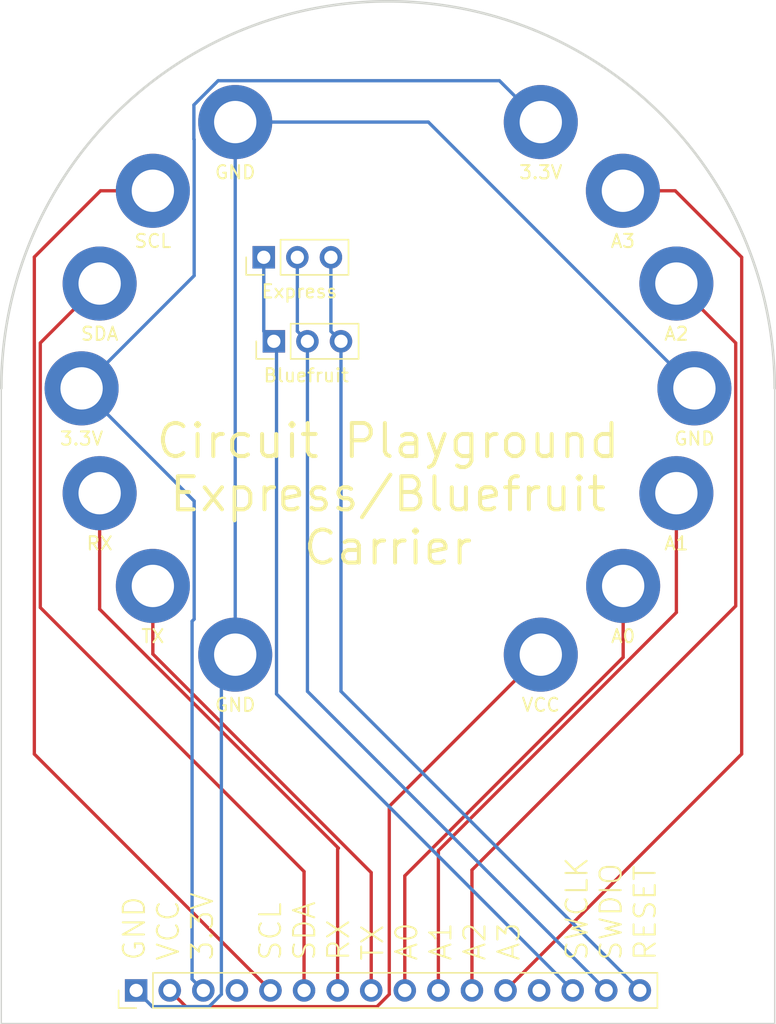
<source format=kicad_pcb>
(kicad_pcb (version 20211014) (generator pcbnew)
  (layers (0 "F.Cu" signal) (31 "B.Cu" signal) (34 "B.Paste" user) (35 "F.Paste" user) (36 "B.SilkS" user "B.Silkscreen") (37 "F.SilkS" user "F.Silkscreen") (38 "B.Mask" user) (39 "F.Mask" user) (44 "Edge.Cuts" user))
  (net 0 "")
  (net 1 "Net-(H1-Pad1)")
  (net 2 "Net-(H2-Pad1)")
  (net 3 "Net-(H3-Pad1)")
  (net 4 "Net-(H4-Pad1)")
  (net 5 "Net-(H5-Pad1)")
  (net 6 "Net-(H6-Pad1)")
  (net 7 "Net-(H9-Pad1)")
  (net 8 "Net-(H10-Pad1)")
  (net 9 "Net-(H12-Pad1)")
  (net 10 "Net-(H13-Pad1)")
  (net 11 "Net-(H14-Pad1)")
  (net 14 "Net-(J1-Pad14)")
  (net 15 "Net-(J1-Pad15)")
  (net 16 "Net-(J1-Pad16)")
  (footprint "MountingHole:MountingHole_3.2mm_M3_DIN965_Pad_TopBottom" (layer "F.Cu") (at 28.187 57.921)
    (fp_text reference "H5")
    (fp_text value "RX" (at 0 3.8) (layer "F.SilkS"))
    (pad "1" connect circle (at 0 0) (size 5.6 5.6) (layers "B.Cu" "B.Mask") (net 5 "Net-(H5-Pad1)"))
    (pad "1" connect circle (at 0 0) (size 5.6 5.6) (layers "F.Cu" "F.Mask") (net 5 "Net-(H5-Pad1)"))
    (pad "1" thru_hole circle (at 0 0) (size 3.6 3.6) (drill 3.2) (layers *.Cu *.Mask) (net 5 "Net-(H5-Pad1)"))
  )
  (footprint "Connector_PinHeader_2.54mm:PinHeader_1x16_P2.54mm_Vertical" (layer "F.Cu") (at 30.95 95.5 90)
    (fp_text reference "J1" hide)
    (fp_text value "Conn_01x16_Female" hide)
    (fp_line (start -1.33 -1.33) (end 0 -1.33) (layer "F.SilkS") (width 0.12))
    (fp_line (start -1.33 1.27) (end -1.33 39.43) (layer "F.SilkS") (width 0.12))
    (fp_line (start -1.33 1.27) (end 1.33 1.27) (layer "F.SilkS") (width 0.12))
    (fp_line (start -1.33 0) (end -1.33 -1.33) (layer "F.SilkS") (width 0.12))
    (fp_line (start -1.33 39.43) (end 1.33 39.43) (layer "F.SilkS") (width 0.12))
    (fp_line (start 1.33 1.27) (end 1.33 39.43) (layer "F.SilkS") (width 0.12))
    (pad "1" thru_hole rect (at 0 0 90) (size 1.7 1.7) (drill 1) (layers *.Cu *.Mask) (net 1 "Net-(H1-Pad1)"))
    (pad "2" thru_hole oval (at 0 2.54 90) (size 1.7 1.7) (drill 1) (layers *.Cu *.Mask) (net 11 "Net-(H14-Pad1)"))
    (pad "3" thru_hole oval (at 0 5.08 90) (size 1.7 1.7) (drill 1) (layers *.Cu *.Mask) (net 4 "Net-(H4-Pad1)"))
    (pad "4" thru_hole oval (at 0 7.62 90) (size 1.7 1.7) (drill 1) (layers *.Cu *.Mask))
    (pad "5" thru_hole oval (at 0 10.16 90) (size 1.7 1.7) (drill 1) (layers *.Cu *.Mask) (net 2 "Net-(H2-Pad1)"))
    (pad "6" thru_hole oval (at 0 12.7 90) (size 1.7 1.7) (drill 1) (layers *.Cu *.Mask) (net 3 "Net-(H3-Pad1)"))
    (pad "7" thru_hole oval (at 0 15.24 90) (size 1.7 1.7) (drill 1) (layers *.Cu *.Mask) (net 5 "Net-(H5-Pad1)"))
    (pad "8" thru_hole oval (at 0 17.78 90) (size 1.7 1.7) (drill 1) (layers *.Cu *.Mask) (net 6 "Net-(H6-Pad1)"))
    (pad "9" thru_hole oval (at 0 20.32 90) (size 1.7 1.7) (drill 1) (layers *.Cu *.Mask) (net 10 "Net-(H13-Pad1)"))
    (pad "10" thru_hole oval (at 0 22.86 90) (size 1.7 1.7) (drill 1) (layers *.Cu *.Mask) (net 9 "Net-(H12-Pad1)"))
    (pad "11" thru_hole oval (at 0 25.4 90) (size 1.7 1.7) (drill 1) (layers *.Cu *.Mask) (net 8 "Net-(H10-Pad1)"))
    (pad "12" thru_hole oval (at 0 27.94 90) (size 1.7 1.7) (drill 1) (layers *.Cu *.Mask) (net 7 "Net-(H9-Pad1)"))
    (pad "13" thru_hole oval (at 0 30.48 90) (size 1.7 1.7) (drill 1) (layers *.Cu *.Mask))
    (pad "14" thru_hole oval (at 0 33.02 90) (size 1.7 1.7) (drill 1) (layers *.Cu *.Mask) (net 14 "Net-(J1-Pad14)"))
    (pad "15" thru_hole oval (at 0 35.56 90) (size 1.7 1.7) (drill 1) (layers *.Cu *.Mask) (net 15 "Net-(J1-Pad15)"))
    (pad "16" thru_hole oval (at 0 38.1 90) (size 1.7 1.7) (drill 1) (layers *.Cu *.Mask) (net 16 "Net-(J1-Pad16)"))
  )
  (footprint "MountingHole:MountingHole_3.2mm_M3_DIN965_Pad_TopBottom" (layer "F.Cu") (at 32.212 35.068)
    (fp_text reference "H2")
    (fp_text value "SCL" (at 0 3.8) (layer "F.SilkS"))
    (pad "1" thru_hole circle (at 0 0) (size 3.6 3.6) (drill 3.2) (layers *.Cu *.Mask) (net 2 "Net-(H2-Pad1)"))
    (pad "1" connect circle (at 0 0) (size 5.6 5.6) (layers "B.Cu" "B.Mask") (net 2 "Net-(H2-Pad1)"))
    (pad "1" connect circle (at 0 0) (size 5.6 5.6) (layers "F.Cu" "F.Mask") (net 2 "Net-(H2-Pad1)"))
  )
  (footprint "MountingHole:MountingHole_3.2mm_M3_DIN965_Pad_TopBottom" (layer "F.Cu") (at 71.813 42.079)
    (fp_text reference "H10")
    (fp_text value "A2" (at 0 3.8) (layer "F.SilkS"))
    (pad "1" connect circle (at 0 0) (size 5.6 5.6) (layers "B.Cu" "B.Mask") (net 8 "Net-(H10-Pad1)"))
    (pad "1" connect circle (at 0 0) (size 5.6 5.6) (layers "F.Cu" "F.Mask") (net 8 "Net-(H10-Pad1)"))
    (pad "1" thru_hole circle (at 0 0) (size 3.6 3.6) (drill 3.2) (layers *.Cu *.Mask) (net 8 "Net-(H10-Pad1)"))
  )
  (footprint "MountingHole:MountingHole_3.2mm_M3_DIN965_Pad_TopBottom" (layer "F.Cu") (at 71.813 57.921)
    (fp_text reference "H12")
    (fp_text value "A1" (at 0 3.8) (layer "F.SilkS"))
    (pad "1" thru_hole circle (at 0 0) (size 3.6 3.6) (drill 3.2) (layers *.Cu *.Mask) (net 9 "Net-(H12-Pad1)"))
    (pad "1" connect circle (at 0 0) (size 5.6 5.6) (layers "F.Cu" "F.Mask") (net 9 "Net-(H12-Pad1)"))
    (pad "1" connect circle (at 0 0) (size 5.6 5.6) (layers "B.Cu" "B.Mask") (net 9 "Net-(H12-Pad1)"))
  )
  (footprint "MountingHole:MountingHole_3.2mm_M3_DIN965_Pad_TopBottom" (layer "F.Cu") (at 67.768 35.068)
    (fp_text reference "H9")
    (fp_text value "A3" (at 0 3.8) (layer "F.SilkS"))
    (pad "1" connect circle (at 0 0) (size 5.6 5.6) (layers "F.Cu" "F.Mask") (net 7 "Net-(H9-Pad1)"))
    (pad "1" connect circle (at 0 0) (size 5.6 5.6) (layers "B.Cu" "B.Mask") (net 7 "Net-(H9-Pad1)"))
    (pad "1" thru_hole circle (at 0 0) (size 3.6 3.6) (drill 3.2) (layers *.Cu *.Mask) (net 7 "Net-(H9-Pad1)"))
  )
  (footprint "MountingHole:MountingHole_3.2mm_M3_DIN965_Pad_TopBottom" (layer "F.Cu") (at 28.187 42.079)
    (fp_text reference "H3")
    (fp_text value "SDA" (at 0 3.8) (layer "F.SilkS"))
    (pad "1" thru_hole circle (at 0 0) (size 3.6 3.6) (drill 3.2) (layers *.Cu *.Mask) (net 3 "Net-(H3-Pad1)"))
    (pad "1" connect circle (at 0 0) (size 5.6 5.6) (layers "B.Cu" "B.Mask") (net 3 "Net-(H3-Pad1)"))
    (pad "1" connect circle (at 0 0) (size 5.6 5.6) (layers "F.Cu" "F.Mask") (net 3 "Net-(H3-Pad1)"))
  )
  (footprint "MountingHole:MountingHole_3.2mm_M3_DIN965_Pad_TopBottom" (layer "F.Cu") (at 67.788 64.932)
    (fp_text reference "H13")
    (fp_text value "A0" (at 0 3.8) (layer "F.SilkS"))
    (pad "1" connect circle (at 0 0) (size 5.6 5.6) (layers "F.Cu" "F.Mask") (net 10 "Net-(H13-Pad1)"))
    (pad "1" connect circle (at 0 0) (size 5.6 5.6) (layers "B.Cu" "B.Mask") (net 10 "Net-(H13-Pad1)"))
    (pad "1" thru_hole circle (at 0 0) (size 3.6 3.6) (drill 3.2) (layers *.Cu *.Mask) (net 10 "Net-(H13-Pad1)"))
  )
  (footprint "MountingHole:MountingHole_3.2mm_M3_DIN965_Pad_TopBottom" (layer "F.Cu") (at 73.178 50)
    (fp_text reference "H11")
    (fp_text value "GND" (at 0 3.8) (layer "F.SilkS"))
    (pad "1" thru_hole circle (at 0 0) (size 3.6 3.6) (drill 3.2) (layers *.Cu *.Mask) (net 1 "Net-(H1-Pad1)"))
    (pad "1" connect circle (at 0 0) (size 5.6 5.6) (layers "F.Cu" "F.Mask") (net 1 "Net-(H1-Pad1)"))
    (pad "1" connect circle (at 0 0) (size 5.6 5.6) (layers "B.Cu" "B.Mask") (net 1 "Net-(H1-Pad1)"))
  )
  (footprint "MountingHole:MountingHole_3.2mm_M3_DIN965_Pad_TopBottom" (layer "F.Cu") (at 26.822 50)
    (fp_text reference "H4")
    (fp_text value "3.3V" (at 0 3.8) (layer "F.SilkS"))
    (pad "1" connect circle (at 0 0) (size 5.6 5.6) (layers "B.Cu" "B.Mask") (net 4 "Net-(H4-Pad1)"))
    (pad "1" connect circle (at 0 0) (size 5.6 5.6) (layers "F.Cu" "F.Mask") (net 4 "Net-(H4-Pad1)"))
    (pad "1" thru_hole circle (at 0 0) (size 3.6 3.6) (drill 3.2) (layers *.Cu *.Mask) (net 4 "Net-(H4-Pad1)"))
  )
  (footprint "Connector_PinHeader_2.54mm:PinHeader_1x03_P2.54mm_Vertical" (layer "F.Cu") (at 40.602 40.094 90)
    (fp_text reference "J2")
    (fp_text value "Express" (at -2.581 2.698) (layer "F.SilkS"))
    (fp_line (start -1.33 1.27) (end -1.33 6.41) (layer "F.SilkS") (width 0.12))
    (fp_line (start -1.33 6.41) (end 1.33 6.41) (layer "F.SilkS") (width 0.12))
    (fp_line (start -1.33 1.27) (end 1.33 1.27) (layer "F.SilkS") (width 0.12))
    (fp_line (start -1.33 -1.33) (end 0 -1.33) (layer "F.SilkS") (width 0.12))
    (fp_line (start 1.33 1.27) (end 1.33 6.41) (layer "F.SilkS") (width 0.12))
    (fp_line (start -1.33 0) (end -1.33 -1.33) (layer "F.SilkS") (width 0.12))
    (pad "1" thru_hole rect (at 0 0 90) (size 1.7 1.7) (drill 1) (layers *.Cu *.Mask) (net 14 "Net-(J1-Pad14)"))
    (pad "2" thru_hole oval (at 0 2.54 90) (size 1.7 1.7) (drill 1) (layers *.Cu *.Mask) (net 15 "Net-(J1-Pad15)"))
    (pad "3" thru_hole oval (at 0 5.08 90) (size 1.7 1.7) (drill 1) (layers *.Cu *.Mask) (net 16 "Net-(J1-Pad16)"))
  )
  (footprint "MountingHole:MountingHole_3.2mm_M3_DIN965_Pad_TopBottom" (layer "F.Cu") (at 38.443 29.875)
    (fp_text reference "H1")
    (fp_text value "GND" (at 0 3.8) (layer "F.SilkS"))
    (pad "1" connect circle (at 0 0) (size 5.6 5.6) (layers "F.Cu" "F.Mask") (net 1 "Net-(H1-Pad1)"))
    (pad "1" thru_hole circle (at 0 0) (size 3.6 3.6) (drill 3.2) (layers *.Cu *.Mask) (net 1 "Net-(H1-Pad1)"))
    (pad "1" connect circle (at 0 0) (size 5.6 5.6) (layers "B.Cu" "B.Mask") (net 1 "Net-(H1-Pad1)"))
  )
  (footprint "MountingHole:MountingHole_3.2mm_M3_DIN965_Pad_TopBottom" (layer "F.Cu") (at 61.557 29.875)
    (fp_text reference "H8")
    (fp_text value "3.3V" (at 0 3.8) (layer "F.SilkS"))
    (pad "1" thru_hole circle (at 0 0) (size 3.6 3.6) (drill 3.2) (layers *.Cu *.Mask) (net 4 "Net-(H4-Pad1)"))
    (pad "1" connect circle (at 0 0) (size 5.6 5.6) (layers "B.Cu" "B.Mask") (net 4 "Net-(H4-Pad1)"))
    (pad "1" connect circle (at 0 0) (size 5.6 5.6) (layers "F.Cu" "F.Mask") (net 4 "Net-(H4-Pad1)"))
  )
  (footprint "MountingHole:MountingHole_3.2mm_M3_DIN965_Pad_TopBottom" (layer "F.Cu") (at 32.212 64.932)
    (fp_text reference "H6")
    (fp_text value "TX" (at 0 3.8) (layer "F.SilkS"))
    (pad "1" thru_hole circle (at 0 0) (size 3.6 3.6) (drill 3.2) (layers *.Cu *.Mask) (net 6 "Net-(H6-Pad1)"))
    (pad "1" connect circle (at 0 0) (size 5.6 5.6) (layers "F.Cu" "F.Mask") (net 6 "Net-(H6-Pad1)"))
    (pad "1" connect circle (at 0 0) (size 5.6 5.6) (layers "B.Cu" "B.Mask") (net 6 "Net-(H6-Pad1)"))
  )
  (footprint "MountingHole:MountingHole_3.2mm_M3_DIN965_Pad_TopBottom" (layer "F.Cu") (at 61.557 70.125)
    (fp_text reference "H14")
    (fp_text value "VCC" (at 0 3.8) (layer "F.SilkS"))
    (pad "1" connect circle (at 0 0) (size 5.6 5.6) (layers "F.Cu" "F.Mask") (net 11 "Net-(H14-Pad1)"))
    (pad "1" thru_hole circle (at 0 0) (size 3.6 3.6) (drill 3.2) (layers *.Cu *.Mask) (net 11 "Net-(H14-Pad1)"))
    (pad "1" connect circle (at 0 0) (size 5.6 5.6) (layers "B.Cu" "B.Mask") (net 11 "Net-(H14-Pad1)"))
  )
  (footprint "Connector_PinHeader_2.54mm:PinHeader_1x03_P2.54mm_Vertical" (layer "F.Cu") (at 41.364 46.444 90)
    (fp_text reference "J3")
    (fp_text value "Bluefruit" (at -2.575 2.45) (layer "F.SilkS"))
    (fp_line (start -1.33 6.41) (end 1.33 6.41) (layer "F.SilkS") (width 0.12))
    (fp_line (start -1.33 0) (end -1.33 -1.33) (layer "F.SilkS") (width 0.12))
    (fp_line (start -1.33 1.27) (end 1.33 1.27) (layer "F.SilkS") (width 0.12))
    (fp_line (start -1.33 1.27) (end -1.33 6.41) (layer "F.SilkS") (width 0.12))
    (fp_line (start 1.33 1.27) (end 1.33 6.41) (layer "F.SilkS") (width 0.12))
    (fp_line (start -1.33 -1.33) (end 0 -1.33) (layer "F.SilkS") (width 0.12))
    (pad "1" thru_hole rect (at 0 0 90) (size 1.7 1.7) (drill 1) (layers *.Cu *.Mask) (net 14 "Net-(J1-Pad14)"))
    (pad "2" thru_hole oval (at 0 2.54 90) (size 1.7 1.7) (drill 1) (layers *.Cu *.Mask) (net 15 "Net-(J1-Pad15)"))
    (pad "3" thru_hole oval (at 0 5.08 90) (size 1.7 1.7) (drill 1) (layers *.Cu *.Mask) (net 16 "Net-(J1-Pad16)"))
  )
  (footprint "MountingHole:MountingHole_3.2mm_M3_DIN965_Pad_TopBottom" (layer "F.Cu") (at 38.443 70.125)
    (fp_text reference "H7")
    (fp_text value "GND" (at 0 3.8) (layer "F.SilkS"))
    (pad "1" connect circle (at 0 0) (size 5.6 5.6) (layers "F.Cu" "F.Mask") (net 1 "Net-(H1-Pad1)"))
    (pad "1" thru_hole circle (at 0 0) (size 3.6 3.6) (drill 3.2) (layers *.Cu *.Mask) (net 1 "Net-(H1-Pad1)"))
    (pad "1" connect circle (at 0 0) (size 5.6 5.6) (layers "B.Cu" "B.Mask") (net 1 "Net-(H1-Pad1)"))
  )
  (gr_line (start 20.75 98) (end 79.25 98) (layer "Edge.Cuts") (width 0.1))
  (gr_line (start 20.75 50) (end 20.75 98) (layer "Edge.Cuts") (width 0.1))
  (gr_line (start 79.25 98) (end 79.25 50) (layer "Edge.Cuts") (width 0.1))
  (gr_arc (start 20.75 50) (mid 50 20.75) (end 79.25 50) (layer "Edge.Cuts") (width 0.2))
  (gr_text "GND\nVCC\n3.3V\n\nSCL\nSDA\nRX\nTX\nA0\nA1\nA2\nA3\n\nSWCLK\nSWDIO\nRESET" (at 50.125 93.35 90) (layer "F.SilkS") (effects (font (size 1.6 1.6)) (justify left)))
  (gr_text "Circuit Playground\nExpress/Bluefruit\nCarrier" (at 50 58) (layer "F.SilkS") (effects (font (size 2.5 2.5) (thickness 0.3))))
  (segment (start 37.395 71.173) (end 37.395 95.796701) (width 0.25) (layer "B.Cu") (net 1))
  (segment (start 38.443 29.875) (end 53.053 29.875) (width 0.25) (layer "B.Cu") (net 1))
  (segment (start 38.443 70.125) (end 38.443 29.875) (width 0.25) (layer "B.Cu") (net 1))
  (segment (start 37.395 95.796701) (end 36.466701 96.725) (width 0.25) (layer "B.Cu") (net 1))
  (segment (start 53.053 29.875) (end 73.178 50) (width 0.25) (layer "B.Cu") (net 1))
  (segment (start 38.443 70.125) (end 37.395 71.173) (width 0.25) (layer "B.Cu") (net 1))
  (segment (start 36.466701 96.725) (end 32.175 96.725) (width 0.25) (layer "B.Cu") (net 1))
  (segment (start 32.175 96.725) (end 30.95 95.5) (width 0.25) (layer "B.Cu") (net 1))
  (segment (start 23.247 77.637) (end 41.11 95.5) (width 0.25) (layer "F.Cu") (net 2))
  (segment (start 32.212 35.068) (end 28.252203 35.068) (width 0.25) (layer "F.Cu") (net 2))
  (segment (start 23.247 40.073203) (end 23.247 77.637) (width 0.25) (layer "F.Cu") (net 2))
  (segment (start 28.252203 35.068) (end 23.247 40.073203) (width 0.25) (layer "F.Cu") (net 2))
  (segment (start 28.187 42.079) (end 23.697 46.569) (width 0.25) (layer "F.Cu") (net 3))
  (segment (start 43.65 86.513604) (end 43.65 95.5) (width 0.25) (layer "F.Cu") (net 3))
  (segment (start 23.697 66.560604) (end 43.65 86.513604) (width 0.25) (layer "F.Cu") (net 3))
  (segment (start 23.697 46.569) (end 23.697 66.560604) (width 0.25) (layer "F.Cu") (net 3))
  (segment (start 35.337 41.485) (end 35.337 31.188418) (width 0.25) (layer "B.Cu") (net 4))
  (segment (start 37.148582 26.75) (end 58.432 26.75) (width 0.25) (layer "B.Cu") (net 4))
  (segment (start 35.337 67.442002) (end 35.337 58.515) (width 0.25) (layer "B.Cu") (net 4))
  (segment (start 35.318 31.169418) (end 35.318 28.580582) (width 0.25) (layer "B.Cu") (net 4))
  (segment (start 58.432 26.75) (end 61.557 29.875) (width 0.25) (layer "B.Cu") (net 4))
  (segment (start 26.822 50) (end 35.337 41.485) (width 0.25) (layer "B.Cu") (net 4))
  (segment (start 35.18 67.599002) (end 35.337 67.442002) (width 0.25) (layer "B.Cu") (net 4))
  (segment (start 35.18 94.65) (end 35.18 67.599002) (width 0.25) (layer "B.Cu") (net 4))
  (segment (start 35.318 28.580582) (end 37.148582 26.75) (width 0.25) (layer "B.Cu") (net 4))
  (segment (start 36.03 95.5) (end 35.18 94.65) (width 0.25) (layer "B.Cu") (net 4))
  (segment (start 35.337 58.515) (end 26.822 50) (width 0.25) (layer "B.Cu") (net 4))
  (segment (start 35.337 31.188418) (end 35.318 31.169418) (width 0.25) (layer "B.Cu") (net 4))
  (segment (start 28.187 66.687) (end 46.25 84.75) (width 0.25) (layer "F.Cu") (net 5))
  (segment (start 46.19 84.81) (end 46.19 95.5) (width 0.25) (layer "F.Cu") (net 5))
  (segment (start 28.187 57.921) (end 28.187 66.687) (width 0.25) (layer "F.Cu") (net 5))
  (segment (start 46.25 84.75) (end 46.19 84.81) (width 0.25) (layer "F.Cu") (net 5))
  (segment (start 32.212 70.075604) (end 48.73 86.593604) (width 0.25) (layer "F.Cu") (net 6))
  (segment (start 48.73 86.593604) (end 48.73 95.5) (width 0.25) (layer "F.Cu") (net 6))
  (segment (start 32.212 64.932) (end 32.212 70.075604) (width 0.25) (layer "F.Cu") (net 6))
  (segment (start 76.753 77.637) (end 76.753 40.093203) (width 0.25) (layer "F.Cu") (net 7))
  (segment (start 71.727797 35.068) (end 67.768 35.068) (width 0.25) (layer "F.Cu") (net 7))
  (segment (start 58.89 95.5) (end 76.753 77.637) (width 0.25) (layer "F.Cu") (net 7))
  (segment (start 76.753 40.093203) (end 71.727797 35.068) (width 0.25) (layer "F.Cu") (net 7))
  (segment (start 56.35 86.4) (end 56.35 95.5) (width 0.25) (layer "F.Cu") (net 8))
  (segment (start 76.303 66.447) (end 56.35 86.4) (width 0.25) (layer "F.Cu") (net 8))
  (segment (start 71.813 42.079) (end 76.303 46.569) (width 0.25) (layer "F.Cu") (net 8))
  (segment (start 76.303 46.569) (end 76.303 66.447) (width 0.25) (layer "F.Cu") (net 8))
  (segment (start 71.813 66.937) (end 53.81 84.94) (width 0.25) (layer "F.Cu") (net 9))
  (segment (start 53.81 84.94) (end 53.81 95.5) (width 0.25) (layer "F.Cu") (net 9))
  (segment (start 71.813 57.921) (end 71.813 66.937) (width 0.25) (layer "F.Cu") (net 9))
  (segment (start 67.788 70.325604) (end 51.27 86.843604) (width 0.25) (layer "F.Cu") (net 10))
  (segment (start 67.788 64.932) (end 67.788 70.325604) (width 0.25) (layer "F.Cu") (net 10))
  (segment (start 51.27 86.843604) (end 51.27 95.5) (width 0.25) (layer "F.Cu") (net 10))
  (segment (start 50.095 95.796701) (end 49.166701 96.725) (width 0.25) (layer "F.Cu") (net 11))
  (segment (start 50.095 81.587) (end 50.095 95.796701) (width 0.25) (layer "F.Cu") (net 11))
  (segment (start 61.557 70.125) (end 50.095 81.587) (width 0.25) (layer "F.Cu") (net 11))
  (segment (start 34.715 96.725) (end 33.49 95.5) (width 0.25) (layer "F.Cu") (net 11))
  (segment (start 49.166701 96.725) (end 34.715 96.725) (width 0.25) (layer "F.Cu") (net 11))
  (segment (start 63.97 95.5) (end 41.568 73.098) (width 0.25) (layer "B.Cu") (net 14))
  (segment (start 40.602 45.682) (end 41.364 46.444) (width 0.25) (layer "B.Cu") (net 14))
  (segment (start 41.568 46.648) (end 41.364 46.444) (width 0.25) (layer "B.Cu") (net 14))
  (segment (start 41.568 73.098) (end 41.568 46.648) (width 0.25) (layer "B.Cu") (net 14))
  (segment (start 40.602 40.094) (end 40.602 45.682) (width 0.25) (layer "B.Cu") (net 14))
  (segment (start 43.142 45.682) (end 43.904 46.444) (width 0.25) (layer "B.Cu") (net 15))
  (segment (start 43.904 72.894) (end 43.904 46.444) (width 0.25) (layer "B.Cu") (net 15))
  (segment (start 43.142 40.094) (end 43.142 45.682) (width 0.25) (layer "B.Cu") (net 15))
  (segment (start 66.51 95.5) (end 43.904 72.894) (width 0.25) (layer "B.Cu") (net 15))
  (segment (start 45.682 45.682) (end 46.444 46.444) (width 0.25) (layer "B.Cu") (net 16))
  (segment (start 45.682 40.094) (end 45.682 45.682) (width 0.25) (layer "B.Cu") (net 16))
  (segment (start 69.05 95.5) (end 46.444 72.894) (width 0.25) (layer "B.Cu") (net 16))
  (segment (start 46.444 72.894) (end 46.444 46.444) (width 0.25) (layer "B.Cu") (net 16))
)
</source>
